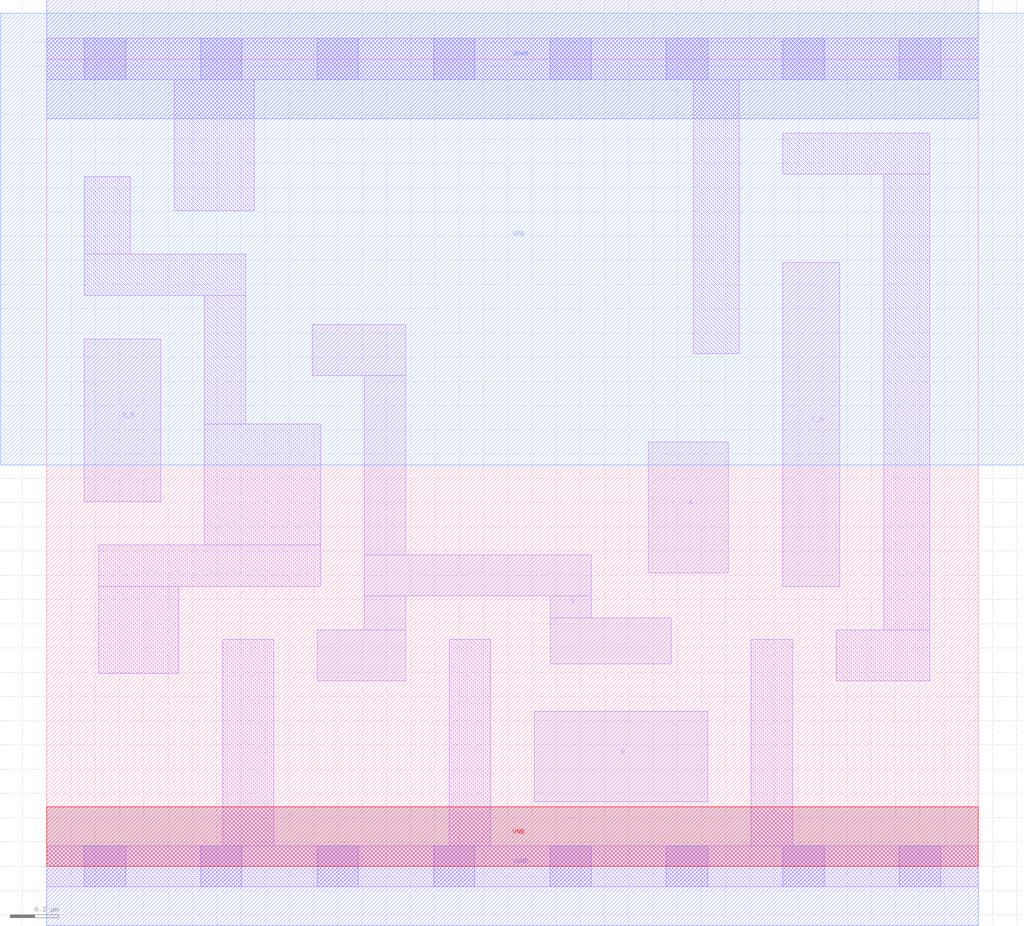
<source format=lef>
# Copyright 2020 The SkyWater PDK Authors
#
# Licensed under the Apache License, Version 2.0 (the "License");
# you may not use this file except in compliance with the License.
# You may obtain a copy of the License at
#
#     https://www.apache.org/licenses/LICENSE-2.0
#
# Unless required by applicable law or agreed to in writing, software
# distributed under the License is distributed on an "AS IS" BASIS,
# WITHOUT WARRANTIES OR CONDITIONS OF ANY KIND, either express or implied.
# See the License for the specific language governing permissions and
# limitations under the License.
#
# SPDX-License-Identifier: Apache-2.0

VERSION 5.7 ;
  NOWIREEXTENSIONATPIN ON ;
  DIVIDERCHAR "/" ;
  BUSBITCHARS "[]" ;
MACRO sky130_fd_sc_lp__nor4bb_m
  CLASS CORE ;
  FOREIGN sky130_fd_sc_lp__nor4bb_m ;
  ORIGIN  0.000000  0.000000 ;
  SIZE  3.840000 BY  3.330000 ;
  SYMMETRY X Y R90 ;
  SITE unit ;
  PIN A
    ANTENNAGATEAREA  0.126000 ;
    DIRECTION INPUT ;
    USE SIGNAL ;
    PORT
      LAYER li1 ;
        RECT 2.480000 1.210000 2.810000 1.750000 ;
    END
  END A
  PIN B
    ANTENNAGATEAREA  0.126000 ;
    DIRECTION INPUT ;
    USE SIGNAL ;
    PORT
      LAYER li1 ;
        RECT 2.010000 0.265000 2.725000 0.640000 ;
    END
  END B
  PIN C_N
    ANTENNAGATEAREA  0.126000 ;
    DIRECTION INPUT ;
    USE SIGNAL ;
    PORT
      LAYER li1 ;
        RECT 3.035000 1.155000 3.270000 2.490000 ;
    END
  END C_N
  PIN D_N
    ANTENNAGATEAREA  0.126000 ;
    DIRECTION INPUT ;
    USE SIGNAL ;
    PORT
      LAYER li1 ;
        RECT 0.155000 1.505000 0.470000 2.175000 ;
    END
  END D_N
  PIN Y
    ANTENNADIFFAREA  0.346500 ;
    DIRECTION OUTPUT ;
    USE SIGNAL ;
    PORT
      LAYER li1 ;
        RECT 1.095000 2.025000 1.480000 2.235000 ;
        RECT 1.115000 0.765000 1.480000 0.975000 ;
        RECT 1.310000 0.975000 1.480000 1.115000 ;
        RECT 1.310000 1.115000 2.245000 1.285000 ;
        RECT 1.310000 1.285000 1.480000 2.025000 ;
        RECT 2.075000 0.835000 2.575000 1.025000 ;
        RECT 2.075000 1.025000 2.245000 1.115000 ;
    END
  END Y
  PIN VGND
    DIRECTION INOUT ;
    USE GROUND ;
    PORT
      LAYER met1 ;
        RECT 0.000000 -0.245000 3.840000 0.245000 ;
    END
  END VGND
  PIN VNB
    DIRECTION INOUT ;
    USE GROUND ;
    PORT
      LAYER pwell ;
        RECT 0.000000 0.000000 3.840000 0.245000 ;
    END
  END VNB
  PIN VPB
    DIRECTION INOUT ;
    USE POWER ;
    PORT
      LAYER nwell ;
        RECT -0.190000 1.655000 4.030000 3.520000 ;
    END
  END VPB
  PIN VPWR
    DIRECTION INOUT ;
    USE POWER ;
    PORT
      LAYER met1 ;
        RECT 0.000000 3.085000 3.840000 3.575000 ;
    END
  END VPWR
  OBS
    LAYER li1 ;
      RECT 0.000000 -0.085000 3.840000 0.085000 ;
      RECT 0.000000  3.245000 3.840000 3.415000 ;
      RECT 0.155000  2.355000 0.820000 2.525000 ;
      RECT 0.155000  2.525000 0.345000 2.845000 ;
      RECT 0.215000  0.795000 0.545000 1.155000 ;
      RECT 0.215000  1.155000 1.130000 1.325000 ;
      RECT 0.525000  2.705000 0.855000 3.245000 ;
      RECT 0.650000  1.325000 1.130000 1.825000 ;
      RECT 0.650000  1.825000 0.820000 2.355000 ;
      RECT 0.725000  0.085000 0.935000 0.935000 ;
      RECT 1.660000  0.085000 1.830000 0.935000 ;
      RECT 2.665000  2.115000 2.855000 3.245000 ;
      RECT 2.905000  0.085000 3.075000 0.935000 ;
      RECT 3.035000  2.855000 3.640000 3.025000 ;
      RECT 3.255000  0.765000 3.640000 0.975000 ;
      RECT 3.450000  0.975000 3.640000 2.855000 ;
    LAYER mcon ;
      RECT 0.155000 -0.085000 0.325000 0.085000 ;
      RECT 0.155000  3.245000 0.325000 3.415000 ;
      RECT 0.635000 -0.085000 0.805000 0.085000 ;
      RECT 0.635000  3.245000 0.805000 3.415000 ;
      RECT 1.115000 -0.085000 1.285000 0.085000 ;
      RECT 1.115000  3.245000 1.285000 3.415000 ;
      RECT 1.595000 -0.085000 1.765000 0.085000 ;
      RECT 1.595000  3.245000 1.765000 3.415000 ;
      RECT 2.075000 -0.085000 2.245000 0.085000 ;
      RECT 2.075000  3.245000 2.245000 3.415000 ;
      RECT 2.555000 -0.085000 2.725000 0.085000 ;
      RECT 2.555000  3.245000 2.725000 3.415000 ;
      RECT 3.035000 -0.085000 3.205000 0.085000 ;
      RECT 3.035000  3.245000 3.205000 3.415000 ;
      RECT 3.515000 -0.085000 3.685000 0.085000 ;
      RECT 3.515000  3.245000 3.685000 3.415000 ;
  END
END sky130_fd_sc_lp__nor4bb_m
END LIBRARY

</source>
